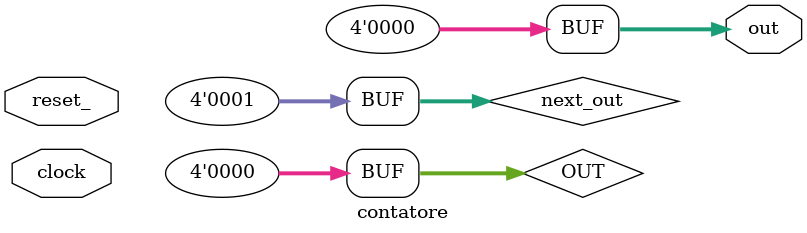
<source format=v>
module contatore(
    out,
    clock, reset_
);

    output [3:0] out;
    input clock, reset_;

    reg [3:0] OUT;
    assign out = OUT;

    always @(reset_ == 0) begin
        OUT = 0;
    end

    wire [3:0] next_out;
    assign #2 next_out = OUT + 1;

    always @(posedge clock) if (reset_ == 1) #3 begin
        OUT <= next_out;
    end

endmodule
</source>
